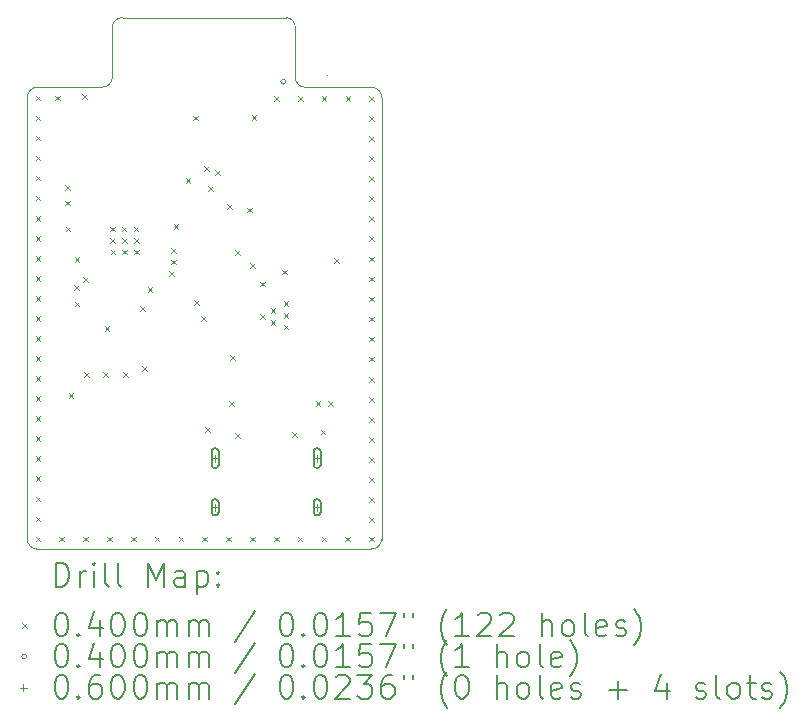
<source format=gbr>
%TF.GenerationSoftware,KiCad,Pcbnew,7.0.2-6a45011f42~172~ubuntu22.04.1*%
%TF.CreationDate,2023-05-14T19:46:34+02:00*%
%TF.ProjectId,PowerMeter,506f7765-724d-4657-9465-722e6b696361,rev?*%
%TF.SameCoordinates,Original*%
%TF.FileFunction,Drillmap*%
%TF.FilePolarity,Positive*%
%FSLAX45Y45*%
G04 Gerber Fmt 4.5, Leading zero omitted, Abs format (unit mm)*
G04 Created by KiCad (PCBNEW 7.0.2-6a45011f42~172~ubuntu22.04.1) date 2023-05-14 19:46:34*
%MOMM*%
%LPD*%
G01*
G04 APERTURE LIST*
%ADD10C,0.100000*%
%ADD11C,0.200000*%
%ADD12C,0.040000*%
%ADD13C,0.060000*%
G04 APERTURE END LIST*
D10*
X9538777Y-7513223D02*
X9538777Y-7513223D01*
X9270000Y-7118834D02*
G75*
G03*
X9190489Y-7030000I-84170J4665D01*
G01*
X7080000Y-11530000D02*
X9911166Y-11529511D01*
X9349640Y-7620000D02*
X9920000Y-7620000D01*
X7088834Y-7620490D02*
G75*
G03*
X7000000Y-7700000I-4664J-84170D01*
G01*
X7000000Y-7700000D02*
X7000489Y-11441165D01*
X9270130Y-7531166D02*
G75*
G03*
X9349640Y-7620000I84170J-4664D01*
G01*
X7720000Y-7110000D02*
X7720000Y-7540000D01*
X9270000Y-7118834D02*
X9270129Y-7531165D01*
X9999510Y-7708834D02*
G75*
G03*
X9920000Y-7620000I-84170J4664D01*
G01*
X7808834Y-7030490D02*
G75*
G03*
X7720000Y-7110000I-4664J-84170D01*
G01*
X7631166Y-7619510D02*
G75*
G03*
X7720000Y-7540000I4664J84170D01*
G01*
X7808834Y-7030489D02*
X9190489Y-7030000D01*
X9911166Y-11529510D02*
G75*
G03*
X10000000Y-11450000I4664J84170D01*
G01*
X7000490Y-11441166D02*
G75*
G03*
X7080000Y-11530000I84170J-4664D01*
G01*
X7631165Y-7619511D02*
X7088834Y-7620489D01*
X9999511Y-7708834D02*
X10000000Y-11450000D01*
D11*
D12*
X7070000Y-7690000D02*
X7110000Y-7730000D01*
X7110000Y-7690000D02*
X7070000Y-7730000D01*
X7070000Y-7859773D02*
X7110000Y-7899773D01*
X7110000Y-7859773D02*
X7070000Y-7899773D01*
X7070000Y-8029545D02*
X7110000Y-8069545D01*
X7110000Y-8029545D02*
X7070000Y-8069545D01*
X7070000Y-8199318D02*
X7110000Y-8239318D01*
X7110000Y-8199318D02*
X7070000Y-8239318D01*
X7070000Y-8369091D02*
X7110000Y-8409091D01*
X7110000Y-8369091D02*
X7070000Y-8409091D01*
X7070000Y-8538864D02*
X7110000Y-8578864D01*
X7110000Y-8538864D02*
X7070000Y-8578864D01*
X7070000Y-8708636D02*
X7110000Y-8748636D01*
X7110000Y-8708636D02*
X7070000Y-8748636D01*
X7070000Y-8878409D02*
X7110000Y-8918409D01*
X7110000Y-8878409D02*
X7070000Y-8918409D01*
X7070000Y-9048182D02*
X7110000Y-9088182D01*
X7110000Y-9048182D02*
X7070000Y-9088182D01*
X7070000Y-9217954D02*
X7110000Y-9257954D01*
X7110000Y-9217954D02*
X7070000Y-9257954D01*
X7070000Y-9387727D02*
X7110000Y-9427727D01*
X7110000Y-9387727D02*
X7070000Y-9427727D01*
X7070000Y-9557500D02*
X7110000Y-9597500D01*
X7110000Y-9557500D02*
X7070000Y-9597500D01*
X7070000Y-9727272D02*
X7110000Y-9767272D01*
X7110000Y-9727272D02*
X7070000Y-9767272D01*
X7070000Y-9897045D02*
X7110000Y-9937045D01*
X7110000Y-9897045D02*
X7070000Y-9937045D01*
X7070000Y-10066818D02*
X7110000Y-10106818D01*
X7110000Y-10066818D02*
X7070000Y-10106818D01*
X7070000Y-10236591D02*
X7110000Y-10276591D01*
X7110000Y-10236591D02*
X7070000Y-10276591D01*
X7070000Y-10406363D02*
X7110000Y-10446363D01*
X7110000Y-10406363D02*
X7070000Y-10446363D01*
X7070000Y-10576136D02*
X7110000Y-10616136D01*
X7110000Y-10576136D02*
X7070000Y-10616136D01*
X7070000Y-10745909D02*
X7110000Y-10785909D01*
X7110000Y-10745909D02*
X7070000Y-10785909D01*
X7070000Y-10915681D02*
X7110000Y-10955681D01*
X7110000Y-10915681D02*
X7070000Y-10955681D01*
X7070000Y-11085454D02*
X7110000Y-11125454D01*
X7110000Y-11085454D02*
X7070000Y-11125454D01*
X7070000Y-11255227D02*
X7110000Y-11295227D01*
X7110000Y-11255227D02*
X7070000Y-11295227D01*
X7070000Y-11425000D02*
X7110000Y-11465000D01*
X7110000Y-11425000D02*
X7070000Y-11465000D01*
X7235000Y-7690000D02*
X7275000Y-7730000D01*
X7275000Y-7690000D02*
X7235000Y-7730000D01*
X7271786Y-11425000D02*
X7311786Y-11465000D01*
X7311786Y-11425000D02*
X7271786Y-11465000D01*
X7320000Y-8450000D02*
X7360000Y-8490000D01*
X7360000Y-8450000D02*
X7320000Y-8490000D01*
X7320000Y-8580000D02*
X7360000Y-8620000D01*
X7360000Y-8580000D02*
X7320000Y-8620000D01*
X7324950Y-8800000D02*
X7364950Y-8840000D01*
X7364950Y-8800000D02*
X7324950Y-8840000D01*
X7350000Y-10210000D02*
X7390000Y-10250000D01*
X7390000Y-10210000D02*
X7350000Y-10250000D01*
X7395000Y-9295000D02*
X7435000Y-9335000D01*
X7435000Y-9295000D02*
X7395000Y-9335000D01*
X7400000Y-9060000D02*
X7440000Y-9100000D01*
X7440000Y-9060000D02*
X7400000Y-9100000D01*
X7400000Y-9435000D02*
X7440000Y-9475000D01*
X7440000Y-9435000D02*
X7400000Y-9475000D01*
X7465000Y-7680000D02*
X7505000Y-7720000D01*
X7505000Y-7680000D02*
X7465000Y-7720000D01*
X7473571Y-11425000D02*
X7513571Y-11465000D01*
X7513571Y-11425000D02*
X7473571Y-11465000D01*
X7475000Y-9225000D02*
X7515000Y-9265000D01*
X7515000Y-9225000D02*
X7475000Y-9265000D01*
X7480000Y-10035000D02*
X7520000Y-10075000D01*
X7520000Y-10035000D02*
X7480000Y-10075000D01*
X7640000Y-10030000D02*
X7680000Y-10070000D01*
X7680000Y-10030000D02*
X7640000Y-10070000D01*
X7655000Y-9640000D02*
X7695000Y-9680000D01*
X7695000Y-9640000D02*
X7655000Y-9680000D01*
X7675357Y-11425000D02*
X7715357Y-11465000D01*
X7715357Y-11425000D02*
X7675357Y-11465000D01*
X7700000Y-8800000D02*
X7740000Y-8840000D01*
X7740000Y-8800000D02*
X7700000Y-8840000D01*
X7702000Y-8900000D02*
X7742000Y-8940000D01*
X7742000Y-8900000D02*
X7702000Y-8940000D01*
X7705000Y-8995000D02*
X7745000Y-9035000D01*
X7745000Y-8995000D02*
X7705000Y-9035000D01*
X7800000Y-8800000D02*
X7840000Y-8840000D01*
X7840000Y-8800000D02*
X7800000Y-8840000D01*
X7802000Y-8900000D02*
X7842000Y-8940000D01*
X7842000Y-8900000D02*
X7802000Y-8940000D01*
X7805000Y-8995000D02*
X7845000Y-9035000D01*
X7845000Y-8995000D02*
X7805000Y-9035000D01*
X7810000Y-10030000D02*
X7850000Y-10070000D01*
X7850000Y-10030000D02*
X7810000Y-10070000D01*
X7877143Y-11425000D02*
X7917143Y-11465000D01*
X7917143Y-11425000D02*
X7877143Y-11465000D01*
X7900000Y-8800000D02*
X7940000Y-8840000D01*
X7940000Y-8800000D02*
X7900000Y-8840000D01*
X7902000Y-8900000D02*
X7942000Y-8940000D01*
X7942000Y-8900000D02*
X7902000Y-8940000D01*
X7905000Y-8995000D02*
X7945000Y-9035000D01*
X7945000Y-8995000D02*
X7905000Y-9035000D01*
X7957550Y-9471901D02*
X7997550Y-9511901D01*
X7997550Y-9471901D02*
X7957550Y-9511901D01*
X7975000Y-9980000D02*
X8015000Y-10020000D01*
X8015000Y-9980000D02*
X7975000Y-10020000D01*
X8020000Y-9315000D02*
X8060000Y-9355000D01*
X8060000Y-9315000D02*
X8020000Y-9355000D01*
X8078928Y-11425000D02*
X8118928Y-11465000D01*
X8118928Y-11425000D02*
X8078928Y-11465000D01*
X8200000Y-9180000D02*
X8240000Y-9220000D01*
X8240000Y-9180000D02*
X8200000Y-9220000D01*
X8215201Y-8979812D02*
X8255201Y-9019812D01*
X8255201Y-8979812D02*
X8215201Y-9019812D01*
X8220000Y-9080000D02*
X8260000Y-9120000D01*
X8260000Y-9080000D02*
X8220000Y-9120000D01*
X8240000Y-8780000D02*
X8280000Y-8820000D01*
X8280000Y-8780000D02*
X8240000Y-8820000D01*
X8280714Y-11425000D02*
X8320714Y-11465000D01*
X8320714Y-11425000D02*
X8280714Y-11465000D01*
X8340000Y-8390000D02*
X8380000Y-8430000D01*
X8380000Y-8390000D02*
X8340000Y-8430000D01*
X8405000Y-7860000D02*
X8445000Y-7900000D01*
X8445000Y-7860000D02*
X8405000Y-7900000D01*
X8415000Y-9425000D02*
X8455000Y-9465000D01*
X8455000Y-9425000D02*
X8415000Y-9465000D01*
X8475000Y-9560000D02*
X8515000Y-9600000D01*
X8515000Y-9560000D02*
X8475000Y-9600000D01*
X8482500Y-11425000D02*
X8522500Y-11465000D01*
X8522500Y-11425000D02*
X8482500Y-11465000D01*
X8500000Y-8290000D02*
X8540000Y-8330000D01*
X8540000Y-8290000D02*
X8500000Y-8330000D01*
X8505000Y-10500000D02*
X8545000Y-10540000D01*
X8545000Y-10500000D02*
X8505000Y-10540000D01*
X8530000Y-8460000D02*
X8570000Y-8500000D01*
X8570000Y-8460000D02*
X8530000Y-8500000D01*
X8589197Y-8322550D02*
X8629197Y-8362550D01*
X8629197Y-8322550D02*
X8589197Y-8362550D01*
X8684286Y-11425000D02*
X8724286Y-11465000D01*
X8724286Y-11425000D02*
X8684286Y-11465000D01*
X8690000Y-8610000D02*
X8730000Y-8650000D01*
X8730000Y-8610000D02*
X8690000Y-8650000D01*
X8710000Y-10280000D02*
X8750000Y-10320000D01*
X8750000Y-10280000D02*
X8710000Y-10320000D01*
X8720000Y-9890000D02*
X8760000Y-9930000D01*
X8760000Y-9890000D02*
X8720000Y-9930000D01*
X8760000Y-9000000D02*
X8800000Y-9040000D01*
X8800000Y-9000000D02*
X8760000Y-9040000D01*
X8760000Y-10550000D02*
X8800000Y-10590000D01*
X8800000Y-10550000D02*
X8760000Y-10590000D01*
X8860000Y-8640000D02*
X8900000Y-8680000D01*
X8900000Y-8640000D02*
X8860000Y-8680000D01*
X8885000Y-9110000D02*
X8925000Y-9150000D01*
X8925000Y-9110000D02*
X8885000Y-9150000D01*
X8886071Y-11425000D02*
X8926071Y-11465000D01*
X8926071Y-11425000D02*
X8886071Y-11465000D01*
X8900000Y-7855000D02*
X8940000Y-7895000D01*
X8940000Y-7855000D02*
X8900000Y-7895000D01*
X8970000Y-9265000D02*
X9010000Y-9305000D01*
X9010000Y-9265000D02*
X8970000Y-9305000D01*
X8970000Y-9540000D02*
X9010000Y-9580000D01*
X9010000Y-9540000D02*
X8970000Y-9580000D01*
X9060000Y-9490000D02*
X9100000Y-9530000D01*
X9100000Y-9490000D02*
X9060000Y-9530000D01*
X9060000Y-9590000D02*
X9100000Y-9630000D01*
X9100000Y-9590000D02*
X9060000Y-9630000D01*
X9087857Y-11425000D02*
X9127857Y-11465000D01*
X9127857Y-11425000D02*
X9087857Y-11465000D01*
X9089643Y-7695000D02*
X9129643Y-7735000D01*
X9129643Y-7695000D02*
X9089643Y-7735000D01*
X9160000Y-9165000D02*
X9200000Y-9205000D01*
X9200000Y-9165000D02*
X9160000Y-9205000D01*
X9170000Y-9430000D02*
X9210000Y-9470000D01*
X9210000Y-9430000D02*
X9170000Y-9470000D01*
X9170000Y-9530000D02*
X9210000Y-9570000D01*
X9210000Y-9530000D02*
X9170000Y-9570000D01*
X9170000Y-9630000D02*
X9210000Y-9670000D01*
X9210000Y-9630000D02*
X9170000Y-9670000D01*
X9240000Y-10540000D02*
X9280000Y-10580000D01*
X9280000Y-10540000D02*
X9240000Y-10580000D01*
X9289643Y-11425000D02*
X9329643Y-11465000D01*
X9329643Y-11425000D02*
X9289643Y-11465000D01*
X9291429Y-7695000D02*
X9331429Y-7735000D01*
X9331429Y-7695000D02*
X9291429Y-7735000D01*
X9440841Y-10279159D02*
X9480841Y-10319159D01*
X9480841Y-10279159D02*
X9440841Y-10319159D01*
X9485000Y-10520000D02*
X9525000Y-10560000D01*
X9525000Y-10520000D02*
X9485000Y-10560000D01*
X9491428Y-11425000D02*
X9531428Y-11465000D01*
X9531428Y-11425000D02*
X9491428Y-11465000D01*
X9493214Y-7695000D02*
X9533214Y-7735000D01*
X9533214Y-7695000D02*
X9493214Y-7735000D01*
X9550000Y-10280000D02*
X9590000Y-10320000D01*
X9590000Y-10280000D02*
X9550000Y-10320000D01*
X9600000Y-9070000D02*
X9640000Y-9110000D01*
X9640000Y-9070000D02*
X9600000Y-9110000D01*
X9693214Y-11425000D02*
X9733214Y-11465000D01*
X9733214Y-11425000D02*
X9693214Y-11465000D01*
X9695000Y-7695000D02*
X9735000Y-7735000D01*
X9735000Y-7695000D02*
X9695000Y-7735000D01*
X9895000Y-7695000D02*
X9935000Y-7735000D01*
X9935000Y-7695000D02*
X9895000Y-7735000D01*
X9895000Y-7864773D02*
X9935000Y-7904773D01*
X9935000Y-7864773D02*
X9895000Y-7904773D01*
X9895000Y-8034545D02*
X9935000Y-8074545D01*
X9935000Y-8034545D02*
X9895000Y-8074545D01*
X9895000Y-8204318D02*
X9935000Y-8244318D01*
X9935000Y-8204318D02*
X9895000Y-8244318D01*
X9895000Y-8374091D02*
X9935000Y-8414091D01*
X9935000Y-8374091D02*
X9895000Y-8414091D01*
X9895000Y-8543864D02*
X9935000Y-8583864D01*
X9935000Y-8543864D02*
X9895000Y-8583864D01*
X9895000Y-8713636D02*
X9935000Y-8753636D01*
X9935000Y-8713636D02*
X9895000Y-8753636D01*
X9895000Y-8883409D02*
X9935000Y-8923409D01*
X9935000Y-8883409D02*
X9895000Y-8923409D01*
X9895000Y-9053182D02*
X9935000Y-9093182D01*
X9935000Y-9053182D02*
X9895000Y-9093182D01*
X9895000Y-9222954D02*
X9935000Y-9262954D01*
X9935000Y-9222954D02*
X9895000Y-9262954D01*
X9895000Y-9392727D02*
X9935000Y-9432727D01*
X9935000Y-9392727D02*
X9895000Y-9432727D01*
X9895000Y-9562500D02*
X9935000Y-9602500D01*
X9935000Y-9562500D02*
X9895000Y-9602500D01*
X9895000Y-9732272D02*
X9935000Y-9772272D01*
X9935000Y-9732272D02*
X9895000Y-9772272D01*
X9895000Y-9902045D02*
X9935000Y-9942045D01*
X9935000Y-9902045D02*
X9895000Y-9942045D01*
X9895000Y-10071818D02*
X9935000Y-10111818D01*
X9935000Y-10071818D02*
X9895000Y-10111818D01*
X9895000Y-10241591D02*
X9935000Y-10281591D01*
X9935000Y-10241591D02*
X9895000Y-10281591D01*
X9895000Y-10411363D02*
X9935000Y-10451363D01*
X9935000Y-10411363D02*
X9895000Y-10451363D01*
X9895000Y-10581136D02*
X9935000Y-10621136D01*
X9935000Y-10581136D02*
X9895000Y-10621136D01*
X9895000Y-10750909D02*
X9935000Y-10790909D01*
X9935000Y-10750909D02*
X9895000Y-10790909D01*
X9895000Y-10920681D02*
X9935000Y-10960681D01*
X9935000Y-10920681D02*
X9895000Y-10960681D01*
X9895000Y-11090454D02*
X9935000Y-11130454D01*
X9935000Y-11090454D02*
X9895000Y-11130454D01*
X9895000Y-11260227D02*
X9935000Y-11300227D01*
X9935000Y-11260227D02*
X9895000Y-11300227D01*
X9895000Y-11425000D02*
X9935000Y-11465000D01*
X9935000Y-11425000D02*
X9895000Y-11465000D01*
X9187000Y-7574000D02*
G75*
G03*
X9187000Y-7574000I-20000J0D01*
G01*
D13*
X8590000Y-10729500D02*
X8590000Y-10789500D01*
X8560000Y-10759500D02*
X8620000Y-10759500D01*
D11*
X8620000Y-10814500D02*
X8620000Y-10704500D01*
X8620000Y-10704500D02*
G75*
G03*
X8560000Y-10704500I-30000J0D01*
G01*
X8560000Y-10704500D02*
X8560000Y-10814500D01*
X8560000Y-10814500D02*
G75*
G03*
X8620000Y-10814500I30000J0D01*
G01*
D13*
X8590000Y-11146500D02*
X8590000Y-11206500D01*
X8560000Y-11176500D02*
X8620000Y-11176500D01*
D11*
X8620000Y-11216500D02*
X8620000Y-11136500D01*
X8620000Y-11136500D02*
G75*
G03*
X8560000Y-11136500I-30000J0D01*
G01*
X8560000Y-11136500D02*
X8560000Y-11216500D01*
X8560000Y-11216500D02*
G75*
G03*
X8620000Y-11216500I30000J0D01*
G01*
D13*
X9454000Y-10729500D02*
X9454000Y-10789500D01*
X9424000Y-10759500D02*
X9484000Y-10759500D01*
D11*
X9484000Y-10814500D02*
X9484000Y-10704500D01*
X9484000Y-10704500D02*
G75*
G03*
X9424000Y-10704500I-30000J0D01*
G01*
X9424000Y-10704500D02*
X9424000Y-10814500D01*
X9424000Y-10814500D02*
G75*
G03*
X9484000Y-10814500I30000J0D01*
G01*
D13*
X9454000Y-11146500D02*
X9454000Y-11206500D01*
X9424000Y-11176500D02*
X9484000Y-11176500D01*
D11*
X9484000Y-11216500D02*
X9484000Y-11136500D01*
X9484000Y-11136500D02*
G75*
G03*
X9424000Y-11136500I-30000J0D01*
G01*
X9424000Y-11136500D02*
X9424000Y-11216500D01*
X9424000Y-11216500D02*
G75*
G03*
X9484000Y-11216500I30000J0D01*
G01*
X7242619Y-11847524D02*
X7242619Y-11647524D01*
X7242619Y-11647524D02*
X7290238Y-11647524D01*
X7290238Y-11647524D02*
X7318809Y-11657048D01*
X7318809Y-11657048D02*
X7337857Y-11676095D01*
X7337857Y-11676095D02*
X7347381Y-11695143D01*
X7347381Y-11695143D02*
X7356905Y-11733238D01*
X7356905Y-11733238D02*
X7356905Y-11761809D01*
X7356905Y-11761809D02*
X7347381Y-11799905D01*
X7347381Y-11799905D02*
X7337857Y-11818952D01*
X7337857Y-11818952D02*
X7318809Y-11838000D01*
X7318809Y-11838000D02*
X7290238Y-11847524D01*
X7290238Y-11847524D02*
X7242619Y-11847524D01*
X7442619Y-11847524D02*
X7442619Y-11714190D01*
X7442619Y-11752286D02*
X7452143Y-11733238D01*
X7452143Y-11733238D02*
X7461667Y-11723714D01*
X7461667Y-11723714D02*
X7480714Y-11714190D01*
X7480714Y-11714190D02*
X7499762Y-11714190D01*
X7566428Y-11847524D02*
X7566428Y-11714190D01*
X7566428Y-11647524D02*
X7556905Y-11657048D01*
X7556905Y-11657048D02*
X7566428Y-11666571D01*
X7566428Y-11666571D02*
X7575952Y-11657048D01*
X7575952Y-11657048D02*
X7566428Y-11647524D01*
X7566428Y-11647524D02*
X7566428Y-11666571D01*
X7690238Y-11847524D02*
X7671190Y-11838000D01*
X7671190Y-11838000D02*
X7661667Y-11818952D01*
X7661667Y-11818952D02*
X7661667Y-11647524D01*
X7795000Y-11847524D02*
X7775952Y-11838000D01*
X7775952Y-11838000D02*
X7766428Y-11818952D01*
X7766428Y-11818952D02*
X7766428Y-11647524D01*
X8023571Y-11847524D02*
X8023571Y-11647524D01*
X8023571Y-11647524D02*
X8090238Y-11790381D01*
X8090238Y-11790381D02*
X8156905Y-11647524D01*
X8156905Y-11647524D02*
X8156905Y-11847524D01*
X8337857Y-11847524D02*
X8337857Y-11742762D01*
X8337857Y-11742762D02*
X8328333Y-11723714D01*
X8328333Y-11723714D02*
X8309286Y-11714190D01*
X8309286Y-11714190D02*
X8271190Y-11714190D01*
X8271190Y-11714190D02*
X8252143Y-11723714D01*
X8337857Y-11838000D02*
X8318809Y-11847524D01*
X8318809Y-11847524D02*
X8271190Y-11847524D01*
X8271190Y-11847524D02*
X8252143Y-11838000D01*
X8252143Y-11838000D02*
X8242619Y-11818952D01*
X8242619Y-11818952D02*
X8242619Y-11799905D01*
X8242619Y-11799905D02*
X8252143Y-11780857D01*
X8252143Y-11780857D02*
X8271190Y-11771333D01*
X8271190Y-11771333D02*
X8318809Y-11771333D01*
X8318809Y-11771333D02*
X8337857Y-11761809D01*
X8433095Y-11714190D02*
X8433095Y-11914190D01*
X8433095Y-11723714D02*
X8452143Y-11714190D01*
X8452143Y-11714190D02*
X8490238Y-11714190D01*
X8490238Y-11714190D02*
X8509286Y-11723714D01*
X8509286Y-11723714D02*
X8518810Y-11733238D01*
X8518810Y-11733238D02*
X8528333Y-11752286D01*
X8528333Y-11752286D02*
X8528333Y-11809428D01*
X8528333Y-11809428D02*
X8518810Y-11828476D01*
X8518810Y-11828476D02*
X8509286Y-11838000D01*
X8509286Y-11838000D02*
X8490238Y-11847524D01*
X8490238Y-11847524D02*
X8452143Y-11847524D01*
X8452143Y-11847524D02*
X8433095Y-11838000D01*
X8614048Y-11828476D02*
X8623571Y-11838000D01*
X8623571Y-11838000D02*
X8614048Y-11847524D01*
X8614048Y-11847524D02*
X8604524Y-11838000D01*
X8604524Y-11838000D02*
X8614048Y-11828476D01*
X8614048Y-11828476D02*
X8614048Y-11847524D01*
X8614048Y-11723714D02*
X8623571Y-11733238D01*
X8623571Y-11733238D02*
X8614048Y-11742762D01*
X8614048Y-11742762D02*
X8604524Y-11733238D01*
X8604524Y-11733238D02*
X8614048Y-11723714D01*
X8614048Y-11723714D02*
X8614048Y-11742762D01*
D12*
X6955000Y-12155000D02*
X6995000Y-12195000D01*
X6995000Y-12155000D02*
X6955000Y-12195000D01*
D11*
X7280714Y-12067524D02*
X7299762Y-12067524D01*
X7299762Y-12067524D02*
X7318809Y-12077048D01*
X7318809Y-12077048D02*
X7328333Y-12086571D01*
X7328333Y-12086571D02*
X7337857Y-12105619D01*
X7337857Y-12105619D02*
X7347381Y-12143714D01*
X7347381Y-12143714D02*
X7347381Y-12191333D01*
X7347381Y-12191333D02*
X7337857Y-12229428D01*
X7337857Y-12229428D02*
X7328333Y-12248476D01*
X7328333Y-12248476D02*
X7318809Y-12258000D01*
X7318809Y-12258000D02*
X7299762Y-12267524D01*
X7299762Y-12267524D02*
X7280714Y-12267524D01*
X7280714Y-12267524D02*
X7261667Y-12258000D01*
X7261667Y-12258000D02*
X7252143Y-12248476D01*
X7252143Y-12248476D02*
X7242619Y-12229428D01*
X7242619Y-12229428D02*
X7233095Y-12191333D01*
X7233095Y-12191333D02*
X7233095Y-12143714D01*
X7233095Y-12143714D02*
X7242619Y-12105619D01*
X7242619Y-12105619D02*
X7252143Y-12086571D01*
X7252143Y-12086571D02*
X7261667Y-12077048D01*
X7261667Y-12077048D02*
X7280714Y-12067524D01*
X7433095Y-12248476D02*
X7442619Y-12258000D01*
X7442619Y-12258000D02*
X7433095Y-12267524D01*
X7433095Y-12267524D02*
X7423571Y-12258000D01*
X7423571Y-12258000D02*
X7433095Y-12248476D01*
X7433095Y-12248476D02*
X7433095Y-12267524D01*
X7614048Y-12134190D02*
X7614048Y-12267524D01*
X7566428Y-12058000D02*
X7518809Y-12200857D01*
X7518809Y-12200857D02*
X7642619Y-12200857D01*
X7756905Y-12067524D02*
X7775952Y-12067524D01*
X7775952Y-12067524D02*
X7795000Y-12077048D01*
X7795000Y-12077048D02*
X7804524Y-12086571D01*
X7804524Y-12086571D02*
X7814048Y-12105619D01*
X7814048Y-12105619D02*
X7823571Y-12143714D01*
X7823571Y-12143714D02*
X7823571Y-12191333D01*
X7823571Y-12191333D02*
X7814048Y-12229428D01*
X7814048Y-12229428D02*
X7804524Y-12248476D01*
X7804524Y-12248476D02*
X7795000Y-12258000D01*
X7795000Y-12258000D02*
X7775952Y-12267524D01*
X7775952Y-12267524D02*
X7756905Y-12267524D01*
X7756905Y-12267524D02*
X7737857Y-12258000D01*
X7737857Y-12258000D02*
X7728333Y-12248476D01*
X7728333Y-12248476D02*
X7718809Y-12229428D01*
X7718809Y-12229428D02*
X7709286Y-12191333D01*
X7709286Y-12191333D02*
X7709286Y-12143714D01*
X7709286Y-12143714D02*
X7718809Y-12105619D01*
X7718809Y-12105619D02*
X7728333Y-12086571D01*
X7728333Y-12086571D02*
X7737857Y-12077048D01*
X7737857Y-12077048D02*
X7756905Y-12067524D01*
X7947381Y-12067524D02*
X7966429Y-12067524D01*
X7966429Y-12067524D02*
X7985476Y-12077048D01*
X7985476Y-12077048D02*
X7995000Y-12086571D01*
X7995000Y-12086571D02*
X8004524Y-12105619D01*
X8004524Y-12105619D02*
X8014048Y-12143714D01*
X8014048Y-12143714D02*
X8014048Y-12191333D01*
X8014048Y-12191333D02*
X8004524Y-12229428D01*
X8004524Y-12229428D02*
X7995000Y-12248476D01*
X7995000Y-12248476D02*
X7985476Y-12258000D01*
X7985476Y-12258000D02*
X7966429Y-12267524D01*
X7966429Y-12267524D02*
X7947381Y-12267524D01*
X7947381Y-12267524D02*
X7928333Y-12258000D01*
X7928333Y-12258000D02*
X7918809Y-12248476D01*
X7918809Y-12248476D02*
X7909286Y-12229428D01*
X7909286Y-12229428D02*
X7899762Y-12191333D01*
X7899762Y-12191333D02*
X7899762Y-12143714D01*
X7899762Y-12143714D02*
X7909286Y-12105619D01*
X7909286Y-12105619D02*
X7918809Y-12086571D01*
X7918809Y-12086571D02*
X7928333Y-12077048D01*
X7928333Y-12077048D02*
X7947381Y-12067524D01*
X8099762Y-12267524D02*
X8099762Y-12134190D01*
X8099762Y-12153238D02*
X8109286Y-12143714D01*
X8109286Y-12143714D02*
X8128333Y-12134190D01*
X8128333Y-12134190D02*
X8156905Y-12134190D01*
X8156905Y-12134190D02*
X8175952Y-12143714D01*
X8175952Y-12143714D02*
X8185476Y-12162762D01*
X8185476Y-12162762D02*
X8185476Y-12267524D01*
X8185476Y-12162762D02*
X8195000Y-12143714D01*
X8195000Y-12143714D02*
X8214048Y-12134190D01*
X8214048Y-12134190D02*
X8242619Y-12134190D01*
X8242619Y-12134190D02*
X8261667Y-12143714D01*
X8261667Y-12143714D02*
X8271190Y-12162762D01*
X8271190Y-12162762D02*
X8271190Y-12267524D01*
X8366429Y-12267524D02*
X8366429Y-12134190D01*
X8366429Y-12153238D02*
X8375952Y-12143714D01*
X8375952Y-12143714D02*
X8395000Y-12134190D01*
X8395000Y-12134190D02*
X8423572Y-12134190D01*
X8423572Y-12134190D02*
X8442619Y-12143714D01*
X8442619Y-12143714D02*
X8452143Y-12162762D01*
X8452143Y-12162762D02*
X8452143Y-12267524D01*
X8452143Y-12162762D02*
X8461667Y-12143714D01*
X8461667Y-12143714D02*
X8480714Y-12134190D01*
X8480714Y-12134190D02*
X8509286Y-12134190D01*
X8509286Y-12134190D02*
X8528333Y-12143714D01*
X8528333Y-12143714D02*
X8537857Y-12162762D01*
X8537857Y-12162762D02*
X8537857Y-12267524D01*
X8928333Y-12058000D02*
X8756905Y-12315143D01*
X9185476Y-12067524D02*
X9204524Y-12067524D01*
X9204524Y-12067524D02*
X9223572Y-12077048D01*
X9223572Y-12077048D02*
X9233095Y-12086571D01*
X9233095Y-12086571D02*
X9242619Y-12105619D01*
X9242619Y-12105619D02*
X9252143Y-12143714D01*
X9252143Y-12143714D02*
X9252143Y-12191333D01*
X9252143Y-12191333D02*
X9242619Y-12229428D01*
X9242619Y-12229428D02*
X9233095Y-12248476D01*
X9233095Y-12248476D02*
X9223572Y-12258000D01*
X9223572Y-12258000D02*
X9204524Y-12267524D01*
X9204524Y-12267524D02*
X9185476Y-12267524D01*
X9185476Y-12267524D02*
X9166429Y-12258000D01*
X9166429Y-12258000D02*
X9156905Y-12248476D01*
X9156905Y-12248476D02*
X9147381Y-12229428D01*
X9147381Y-12229428D02*
X9137857Y-12191333D01*
X9137857Y-12191333D02*
X9137857Y-12143714D01*
X9137857Y-12143714D02*
X9147381Y-12105619D01*
X9147381Y-12105619D02*
X9156905Y-12086571D01*
X9156905Y-12086571D02*
X9166429Y-12077048D01*
X9166429Y-12077048D02*
X9185476Y-12067524D01*
X9337857Y-12248476D02*
X9347381Y-12258000D01*
X9347381Y-12258000D02*
X9337857Y-12267524D01*
X9337857Y-12267524D02*
X9328334Y-12258000D01*
X9328334Y-12258000D02*
X9337857Y-12248476D01*
X9337857Y-12248476D02*
X9337857Y-12267524D01*
X9471191Y-12067524D02*
X9490238Y-12067524D01*
X9490238Y-12067524D02*
X9509286Y-12077048D01*
X9509286Y-12077048D02*
X9518810Y-12086571D01*
X9518810Y-12086571D02*
X9528334Y-12105619D01*
X9528334Y-12105619D02*
X9537857Y-12143714D01*
X9537857Y-12143714D02*
X9537857Y-12191333D01*
X9537857Y-12191333D02*
X9528334Y-12229428D01*
X9528334Y-12229428D02*
X9518810Y-12248476D01*
X9518810Y-12248476D02*
X9509286Y-12258000D01*
X9509286Y-12258000D02*
X9490238Y-12267524D01*
X9490238Y-12267524D02*
X9471191Y-12267524D01*
X9471191Y-12267524D02*
X9452143Y-12258000D01*
X9452143Y-12258000D02*
X9442619Y-12248476D01*
X9442619Y-12248476D02*
X9433095Y-12229428D01*
X9433095Y-12229428D02*
X9423572Y-12191333D01*
X9423572Y-12191333D02*
X9423572Y-12143714D01*
X9423572Y-12143714D02*
X9433095Y-12105619D01*
X9433095Y-12105619D02*
X9442619Y-12086571D01*
X9442619Y-12086571D02*
X9452143Y-12077048D01*
X9452143Y-12077048D02*
X9471191Y-12067524D01*
X9728334Y-12267524D02*
X9614048Y-12267524D01*
X9671191Y-12267524D02*
X9671191Y-12067524D01*
X9671191Y-12067524D02*
X9652143Y-12096095D01*
X9652143Y-12096095D02*
X9633095Y-12115143D01*
X9633095Y-12115143D02*
X9614048Y-12124667D01*
X9909286Y-12067524D02*
X9814048Y-12067524D01*
X9814048Y-12067524D02*
X9804524Y-12162762D01*
X9804524Y-12162762D02*
X9814048Y-12153238D01*
X9814048Y-12153238D02*
X9833095Y-12143714D01*
X9833095Y-12143714D02*
X9880715Y-12143714D01*
X9880715Y-12143714D02*
X9899762Y-12153238D01*
X9899762Y-12153238D02*
X9909286Y-12162762D01*
X9909286Y-12162762D02*
X9918810Y-12181809D01*
X9918810Y-12181809D02*
X9918810Y-12229428D01*
X9918810Y-12229428D02*
X9909286Y-12248476D01*
X9909286Y-12248476D02*
X9899762Y-12258000D01*
X9899762Y-12258000D02*
X9880715Y-12267524D01*
X9880715Y-12267524D02*
X9833095Y-12267524D01*
X9833095Y-12267524D02*
X9814048Y-12258000D01*
X9814048Y-12258000D02*
X9804524Y-12248476D01*
X9985476Y-12067524D02*
X10118810Y-12067524D01*
X10118810Y-12067524D02*
X10033095Y-12267524D01*
X10185476Y-12067524D02*
X10185476Y-12105619D01*
X10261667Y-12067524D02*
X10261667Y-12105619D01*
X10556905Y-12343714D02*
X10547381Y-12334190D01*
X10547381Y-12334190D02*
X10528334Y-12305619D01*
X10528334Y-12305619D02*
X10518810Y-12286571D01*
X10518810Y-12286571D02*
X10509286Y-12258000D01*
X10509286Y-12258000D02*
X10499762Y-12210381D01*
X10499762Y-12210381D02*
X10499762Y-12172286D01*
X10499762Y-12172286D02*
X10509286Y-12124667D01*
X10509286Y-12124667D02*
X10518810Y-12096095D01*
X10518810Y-12096095D02*
X10528334Y-12077048D01*
X10528334Y-12077048D02*
X10547381Y-12048476D01*
X10547381Y-12048476D02*
X10556905Y-12038952D01*
X10737857Y-12267524D02*
X10623572Y-12267524D01*
X10680715Y-12267524D02*
X10680715Y-12067524D01*
X10680715Y-12067524D02*
X10661667Y-12096095D01*
X10661667Y-12096095D02*
X10642619Y-12115143D01*
X10642619Y-12115143D02*
X10623572Y-12124667D01*
X10814048Y-12086571D02*
X10823572Y-12077048D01*
X10823572Y-12077048D02*
X10842619Y-12067524D01*
X10842619Y-12067524D02*
X10890238Y-12067524D01*
X10890238Y-12067524D02*
X10909286Y-12077048D01*
X10909286Y-12077048D02*
X10918810Y-12086571D01*
X10918810Y-12086571D02*
X10928334Y-12105619D01*
X10928334Y-12105619D02*
X10928334Y-12124667D01*
X10928334Y-12124667D02*
X10918810Y-12153238D01*
X10918810Y-12153238D02*
X10804524Y-12267524D01*
X10804524Y-12267524D02*
X10928334Y-12267524D01*
X11004524Y-12086571D02*
X11014048Y-12077048D01*
X11014048Y-12077048D02*
X11033096Y-12067524D01*
X11033096Y-12067524D02*
X11080715Y-12067524D01*
X11080715Y-12067524D02*
X11099762Y-12077048D01*
X11099762Y-12077048D02*
X11109286Y-12086571D01*
X11109286Y-12086571D02*
X11118810Y-12105619D01*
X11118810Y-12105619D02*
X11118810Y-12124667D01*
X11118810Y-12124667D02*
X11109286Y-12153238D01*
X11109286Y-12153238D02*
X10995000Y-12267524D01*
X10995000Y-12267524D02*
X11118810Y-12267524D01*
X11356905Y-12267524D02*
X11356905Y-12067524D01*
X11442619Y-12267524D02*
X11442619Y-12162762D01*
X11442619Y-12162762D02*
X11433096Y-12143714D01*
X11433096Y-12143714D02*
X11414048Y-12134190D01*
X11414048Y-12134190D02*
X11385476Y-12134190D01*
X11385476Y-12134190D02*
X11366429Y-12143714D01*
X11366429Y-12143714D02*
X11356905Y-12153238D01*
X11566429Y-12267524D02*
X11547381Y-12258000D01*
X11547381Y-12258000D02*
X11537857Y-12248476D01*
X11537857Y-12248476D02*
X11528334Y-12229428D01*
X11528334Y-12229428D02*
X11528334Y-12172286D01*
X11528334Y-12172286D02*
X11537857Y-12153238D01*
X11537857Y-12153238D02*
X11547381Y-12143714D01*
X11547381Y-12143714D02*
X11566429Y-12134190D01*
X11566429Y-12134190D02*
X11595000Y-12134190D01*
X11595000Y-12134190D02*
X11614048Y-12143714D01*
X11614048Y-12143714D02*
X11623572Y-12153238D01*
X11623572Y-12153238D02*
X11633096Y-12172286D01*
X11633096Y-12172286D02*
X11633096Y-12229428D01*
X11633096Y-12229428D02*
X11623572Y-12248476D01*
X11623572Y-12248476D02*
X11614048Y-12258000D01*
X11614048Y-12258000D02*
X11595000Y-12267524D01*
X11595000Y-12267524D02*
X11566429Y-12267524D01*
X11747381Y-12267524D02*
X11728334Y-12258000D01*
X11728334Y-12258000D02*
X11718810Y-12238952D01*
X11718810Y-12238952D02*
X11718810Y-12067524D01*
X11899762Y-12258000D02*
X11880715Y-12267524D01*
X11880715Y-12267524D02*
X11842619Y-12267524D01*
X11842619Y-12267524D02*
X11823572Y-12258000D01*
X11823572Y-12258000D02*
X11814048Y-12238952D01*
X11814048Y-12238952D02*
X11814048Y-12162762D01*
X11814048Y-12162762D02*
X11823572Y-12143714D01*
X11823572Y-12143714D02*
X11842619Y-12134190D01*
X11842619Y-12134190D02*
X11880715Y-12134190D01*
X11880715Y-12134190D02*
X11899762Y-12143714D01*
X11899762Y-12143714D02*
X11909286Y-12162762D01*
X11909286Y-12162762D02*
X11909286Y-12181809D01*
X11909286Y-12181809D02*
X11814048Y-12200857D01*
X11985477Y-12258000D02*
X12004524Y-12267524D01*
X12004524Y-12267524D02*
X12042619Y-12267524D01*
X12042619Y-12267524D02*
X12061667Y-12258000D01*
X12061667Y-12258000D02*
X12071191Y-12238952D01*
X12071191Y-12238952D02*
X12071191Y-12229428D01*
X12071191Y-12229428D02*
X12061667Y-12210381D01*
X12061667Y-12210381D02*
X12042619Y-12200857D01*
X12042619Y-12200857D02*
X12014048Y-12200857D01*
X12014048Y-12200857D02*
X11995000Y-12191333D01*
X11995000Y-12191333D02*
X11985477Y-12172286D01*
X11985477Y-12172286D02*
X11985477Y-12162762D01*
X11985477Y-12162762D02*
X11995000Y-12143714D01*
X11995000Y-12143714D02*
X12014048Y-12134190D01*
X12014048Y-12134190D02*
X12042619Y-12134190D01*
X12042619Y-12134190D02*
X12061667Y-12143714D01*
X12137858Y-12343714D02*
X12147381Y-12334190D01*
X12147381Y-12334190D02*
X12166429Y-12305619D01*
X12166429Y-12305619D02*
X12175953Y-12286571D01*
X12175953Y-12286571D02*
X12185477Y-12258000D01*
X12185477Y-12258000D02*
X12195000Y-12210381D01*
X12195000Y-12210381D02*
X12195000Y-12172286D01*
X12195000Y-12172286D02*
X12185477Y-12124667D01*
X12185477Y-12124667D02*
X12175953Y-12096095D01*
X12175953Y-12096095D02*
X12166429Y-12077048D01*
X12166429Y-12077048D02*
X12147381Y-12048476D01*
X12147381Y-12048476D02*
X12137858Y-12038952D01*
D12*
X6995000Y-12439000D02*
G75*
G03*
X6995000Y-12439000I-20000J0D01*
G01*
D11*
X7280714Y-12331524D02*
X7299762Y-12331524D01*
X7299762Y-12331524D02*
X7318809Y-12341048D01*
X7318809Y-12341048D02*
X7328333Y-12350571D01*
X7328333Y-12350571D02*
X7337857Y-12369619D01*
X7337857Y-12369619D02*
X7347381Y-12407714D01*
X7347381Y-12407714D02*
X7347381Y-12455333D01*
X7347381Y-12455333D02*
X7337857Y-12493428D01*
X7337857Y-12493428D02*
X7328333Y-12512476D01*
X7328333Y-12512476D02*
X7318809Y-12522000D01*
X7318809Y-12522000D02*
X7299762Y-12531524D01*
X7299762Y-12531524D02*
X7280714Y-12531524D01*
X7280714Y-12531524D02*
X7261667Y-12522000D01*
X7261667Y-12522000D02*
X7252143Y-12512476D01*
X7252143Y-12512476D02*
X7242619Y-12493428D01*
X7242619Y-12493428D02*
X7233095Y-12455333D01*
X7233095Y-12455333D02*
X7233095Y-12407714D01*
X7233095Y-12407714D02*
X7242619Y-12369619D01*
X7242619Y-12369619D02*
X7252143Y-12350571D01*
X7252143Y-12350571D02*
X7261667Y-12341048D01*
X7261667Y-12341048D02*
X7280714Y-12331524D01*
X7433095Y-12512476D02*
X7442619Y-12522000D01*
X7442619Y-12522000D02*
X7433095Y-12531524D01*
X7433095Y-12531524D02*
X7423571Y-12522000D01*
X7423571Y-12522000D02*
X7433095Y-12512476D01*
X7433095Y-12512476D02*
X7433095Y-12531524D01*
X7614048Y-12398190D02*
X7614048Y-12531524D01*
X7566428Y-12322000D02*
X7518809Y-12464857D01*
X7518809Y-12464857D02*
X7642619Y-12464857D01*
X7756905Y-12331524D02*
X7775952Y-12331524D01*
X7775952Y-12331524D02*
X7795000Y-12341048D01*
X7795000Y-12341048D02*
X7804524Y-12350571D01*
X7804524Y-12350571D02*
X7814048Y-12369619D01*
X7814048Y-12369619D02*
X7823571Y-12407714D01*
X7823571Y-12407714D02*
X7823571Y-12455333D01*
X7823571Y-12455333D02*
X7814048Y-12493428D01*
X7814048Y-12493428D02*
X7804524Y-12512476D01*
X7804524Y-12512476D02*
X7795000Y-12522000D01*
X7795000Y-12522000D02*
X7775952Y-12531524D01*
X7775952Y-12531524D02*
X7756905Y-12531524D01*
X7756905Y-12531524D02*
X7737857Y-12522000D01*
X7737857Y-12522000D02*
X7728333Y-12512476D01*
X7728333Y-12512476D02*
X7718809Y-12493428D01*
X7718809Y-12493428D02*
X7709286Y-12455333D01*
X7709286Y-12455333D02*
X7709286Y-12407714D01*
X7709286Y-12407714D02*
X7718809Y-12369619D01*
X7718809Y-12369619D02*
X7728333Y-12350571D01*
X7728333Y-12350571D02*
X7737857Y-12341048D01*
X7737857Y-12341048D02*
X7756905Y-12331524D01*
X7947381Y-12331524D02*
X7966429Y-12331524D01*
X7966429Y-12331524D02*
X7985476Y-12341048D01*
X7985476Y-12341048D02*
X7995000Y-12350571D01*
X7995000Y-12350571D02*
X8004524Y-12369619D01*
X8004524Y-12369619D02*
X8014048Y-12407714D01*
X8014048Y-12407714D02*
X8014048Y-12455333D01*
X8014048Y-12455333D02*
X8004524Y-12493428D01*
X8004524Y-12493428D02*
X7995000Y-12512476D01*
X7995000Y-12512476D02*
X7985476Y-12522000D01*
X7985476Y-12522000D02*
X7966429Y-12531524D01*
X7966429Y-12531524D02*
X7947381Y-12531524D01*
X7947381Y-12531524D02*
X7928333Y-12522000D01*
X7928333Y-12522000D02*
X7918809Y-12512476D01*
X7918809Y-12512476D02*
X7909286Y-12493428D01*
X7909286Y-12493428D02*
X7899762Y-12455333D01*
X7899762Y-12455333D02*
X7899762Y-12407714D01*
X7899762Y-12407714D02*
X7909286Y-12369619D01*
X7909286Y-12369619D02*
X7918809Y-12350571D01*
X7918809Y-12350571D02*
X7928333Y-12341048D01*
X7928333Y-12341048D02*
X7947381Y-12331524D01*
X8099762Y-12531524D02*
X8099762Y-12398190D01*
X8099762Y-12417238D02*
X8109286Y-12407714D01*
X8109286Y-12407714D02*
X8128333Y-12398190D01*
X8128333Y-12398190D02*
X8156905Y-12398190D01*
X8156905Y-12398190D02*
X8175952Y-12407714D01*
X8175952Y-12407714D02*
X8185476Y-12426762D01*
X8185476Y-12426762D02*
X8185476Y-12531524D01*
X8185476Y-12426762D02*
X8195000Y-12407714D01*
X8195000Y-12407714D02*
X8214048Y-12398190D01*
X8214048Y-12398190D02*
X8242619Y-12398190D01*
X8242619Y-12398190D02*
X8261667Y-12407714D01*
X8261667Y-12407714D02*
X8271190Y-12426762D01*
X8271190Y-12426762D02*
X8271190Y-12531524D01*
X8366429Y-12531524D02*
X8366429Y-12398190D01*
X8366429Y-12417238D02*
X8375952Y-12407714D01*
X8375952Y-12407714D02*
X8395000Y-12398190D01*
X8395000Y-12398190D02*
X8423572Y-12398190D01*
X8423572Y-12398190D02*
X8442619Y-12407714D01*
X8442619Y-12407714D02*
X8452143Y-12426762D01*
X8452143Y-12426762D02*
X8452143Y-12531524D01*
X8452143Y-12426762D02*
X8461667Y-12407714D01*
X8461667Y-12407714D02*
X8480714Y-12398190D01*
X8480714Y-12398190D02*
X8509286Y-12398190D01*
X8509286Y-12398190D02*
X8528333Y-12407714D01*
X8528333Y-12407714D02*
X8537857Y-12426762D01*
X8537857Y-12426762D02*
X8537857Y-12531524D01*
X8928333Y-12322000D02*
X8756905Y-12579143D01*
X9185476Y-12331524D02*
X9204524Y-12331524D01*
X9204524Y-12331524D02*
X9223572Y-12341048D01*
X9223572Y-12341048D02*
X9233095Y-12350571D01*
X9233095Y-12350571D02*
X9242619Y-12369619D01*
X9242619Y-12369619D02*
X9252143Y-12407714D01*
X9252143Y-12407714D02*
X9252143Y-12455333D01*
X9252143Y-12455333D02*
X9242619Y-12493428D01*
X9242619Y-12493428D02*
X9233095Y-12512476D01*
X9233095Y-12512476D02*
X9223572Y-12522000D01*
X9223572Y-12522000D02*
X9204524Y-12531524D01*
X9204524Y-12531524D02*
X9185476Y-12531524D01*
X9185476Y-12531524D02*
X9166429Y-12522000D01*
X9166429Y-12522000D02*
X9156905Y-12512476D01*
X9156905Y-12512476D02*
X9147381Y-12493428D01*
X9147381Y-12493428D02*
X9137857Y-12455333D01*
X9137857Y-12455333D02*
X9137857Y-12407714D01*
X9137857Y-12407714D02*
X9147381Y-12369619D01*
X9147381Y-12369619D02*
X9156905Y-12350571D01*
X9156905Y-12350571D02*
X9166429Y-12341048D01*
X9166429Y-12341048D02*
X9185476Y-12331524D01*
X9337857Y-12512476D02*
X9347381Y-12522000D01*
X9347381Y-12522000D02*
X9337857Y-12531524D01*
X9337857Y-12531524D02*
X9328334Y-12522000D01*
X9328334Y-12522000D02*
X9337857Y-12512476D01*
X9337857Y-12512476D02*
X9337857Y-12531524D01*
X9471191Y-12331524D02*
X9490238Y-12331524D01*
X9490238Y-12331524D02*
X9509286Y-12341048D01*
X9509286Y-12341048D02*
X9518810Y-12350571D01*
X9518810Y-12350571D02*
X9528334Y-12369619D01*
X9528334Y-12369619D02*
X9537857Y-12407714D01*
X9537857Y-12407714D02*
X9537857Y-12455333D01*
X9537857Y-12455333D02*
X9528334Y-12493428D01*
X9528334Y-12493428D02*
X9518810Y-12512476D01*
X9518810Y-12512476D02*
X9509286Y-12522000D01*
X9509286Y-12522000D02*
X9490238Y-12531524D01*
X9490238Y-12531524D02*
X9471191Y-12531524D01*
X9471191Y-12531524D02*
X9452143Y-12522000D01*
X9452143Y-12522000D02*
X9442619Y-12512476D01*
X9442619Y-12512476D02*
X9433095Y-12493428D01*
X9433095Y-12493428D02*
X9423572Y-12455333D01*
X9423572Y-12455333D02*
X9423572Y-12407714D01*
X9423572Y-12407714D02*
X9433095Y-12369619D01*
X9433095Y-12369619D02*
X9442619Y-12350571D01*
X9442619Y-12350571D02*
X9452143Y-12341048D01*
X9452143Y-12341048D02*
X9471191Y-12331524D01*
X9728334Y-12531524D02*
X9614048Y-12531524D01*
X9671191Y-12531524D02*
X9671191Y-12331524D01*
X9671191Y-12331524D02*
X9652143Y-12360095D01*
X9652143Y-12360095D02*
X9633095Y-12379143D01*
X9633095Y-12379143D02*
X9614048Y-12388667D01*
X9909286Y-12331524D02*
X9814048Y-12331524D01*
X9814048Y-12331524D02*
X9804524Y-12426762D01*
X9804524Y-12426762D02*
X9814048Y-12417238D01*
X9814048Y-12417238D02*
X9833095Y-12407714D01*
X9833095Y-12407714D02*
X9880715Y-12407714D01*
X9880715Y-12407714D02*
X9899762Y-12417238D01*
X9899762Y-12417238D02*
X9909286Y-12426762D01*
X9909286Y-12426762D02*
X9918810Y-12445809D01*
X9918810Y-12445809D02*
X9918810Y-12493428D01*
X9918810Y-12493428D02*
X9909286Y-12512476D01*
X9909286Y-12512476D02*
X9899762Y-12522000D01*
X9899762Y-12522000D02*
X9880715Y-12531524D01*
X9880715Y-12531524D02*
X9833095Y-12531524D01*
X9833095Y-12531524D02*
X9814048Y-12522000D01*
X9814048Y-12522000D02*
X9804524Y-12512476D01*
X9985476Y-12331524D02*
X10118810Y-12331524D01*
X10118810Y-12331524D02*
X10033095Y-12531524D01*
X10185476Y-12331524D02*
X10185476Y-12369619D01*
X10261667Y-12331524D02*
X10261667Y-12369619D01*
X10556905Y-12607714D02*
X10547381Y-12598190D01*
X10547381Y-12598190D02*
X10528334Y-12569619D01*
X10528334Y-12569619D02*
X10518810Y-12550571D01*
X10518810Y-12550571D02*
X10509286Y-12522000D01*
X10509286Y-12522000D02*
X10499762Y-12474381D01*
X10499762Y-12474381D02*
X10499762Y-12436286D01*
X10499762Y-12436286D02*
X10509286Y-12388667D01*
X10509286Y-12388667D02*
X10518810Y-12360095D01*
X10518810Y-12360095D02*
X10528334Y-12341048D01*
X10528334Y-12341048D02*
X10547381Y-12312476D01*
X10547381Y-12312476D02*
X10556905Y-12302952D01*
X10737857Y-12531524D02*
X10623572Y-12531524D01*
X10680715Y-12531524D02*
X10680715Y-12331524D01*
X10680715Y-12331524D02*
X10661667Y-12360095D01*
X10661667Y-12360095D02*
X10642619Y-12379143D01*
X10642619Y-12379143D02*
X10623572Y-12388667D01*
X10975953Y-12531524D02*
X10975953Y-12331524D01*
X11061667Y-12531524D02*
X11061667Y-12426762D01*
X11061667Y-12426762D02*
X11052143Y-12407714D01*
X11052143Y-12407714D02*
X11033096Y-12398190D01*
X11033096Y-12398190D02*
X11004524Y-12398190D01*
X11004524Y-12398190D02*
X10985477Y-12407714D01*
X10985477Y-12407714D02*
X10975953Y-12417238D01*
X11185476Y-12531524D02*
X11166429Y-12522000D01*
X11166429Y-12522000D02*
X11156905Y-12512476D01*
X11156905Y-12512476D02*
X11147381Y-12493428D01*
X11147381Y-12493428D02*
X11147381Y-12436286D01*
X11147381Y-12436286D02*
X11156905Y-12417238D01*
X11156905Y-12417238D02*
X11166429Y-12407714D01*
X11166429Y-12407714D02*
X11185476Y-12398190D01*
X11185476Y-12398190D02*
X11214048Y-12398190D01*
X11214048Y-12398190D02*
X11233096Y-12407714D01*
X11233096Y-12407714D02*
X11242619Y-12417238D01*
X11242619Y-12417238D02*
X11252143Y-12436286D01*
X11252143Y-12436286D02*
X11252143Y-12493428D01*
X11252143Y-12493428D02*
X11242619Y-12512476D01*
X11242619Y-12512476D02*
X11233096Y-12522000D01*
X11233096Y-12522000D02*
X11214048Y-12531524D01*
X11214048Y-12531524D02*
X11185476Y-12531524D01*
X11366429Y-12531524D02*
X11347381Y-12522000D01*
X11347381Y-12522000D02*
X11337857Y-12502952D01*
X11337857Y-12502952D02*
X11337857Y-12331524D01*
X11518810Y-12522000D02*
X11499762Y-12531524D01*
X11499762Y-12531524D02*
X11461667Y-12531524D01*
X11461667Y-12531524D02*
X11442619Y-12522000D01*
X11442619Y-12522000D02*
X11433096Y-12502952D01*
X11433096Y-12502952D02*
X11433096Y-12426762D01*
X11433096Y-12426762D02*
X11442619Y-12407714D01*
X11442619Y-12407714D02*
X11461667Y-12398190D01*
X11461667Y-12398190D02*
X11499762Y-12398190D01*
X11499762Y-12398190D02*
X11518810Y-12407714D01*
X11518810Y-12407714D02*
X11528334Y-12426762D01*
X11528334Y-12426762D02*
X11528334Y-12445809D01*
X11528334Y-12445809D02*
X11433096Y-12464857D01*
X11595000Y-12607714D02*
X11604524Y-12598190D01*
X11604524Y-12598190D02*
X11623572Y-12569619D01*
X11623572Y-12569619D02*
X11633096Y-12550571D01*
X11633096Y-12550571D02*
X11642619Y-12522000D01*
X11642619Y-12522000D02*
X11652143Y-12474381D01*
X11652143Y-12474381D02*
X11652143Y-12436286D01*
X11652143Y-12436286D02*
X11642619Y-12388667D01*
X11642619Y-12388667D02*
X11633096Y-12360095D01*
X11633096Y-12360095D02*
X11623572Y-12341048D01*
X11623572Y-12341048D02*
X11604524Y-12312476D01*
X11604524Y-12312476D02*
X11595000Y-12302952D01*
D13*
X6965000Y-12673000D02*
X6965000Y-12733000D01*
X6935000Y-12703000D02*
X6995000Y-12703000D01*
D11*
X7280714Y-12595524D02*
X7299762Y-12595524D01*
X7299762Y-12595524D02*
X7318809Y-12605048D01*
X7318809Y-12605048D02*
X7328333Y-12614571D01*
X7328333Y-12614571D02*
X7337857Y-12633619D01*
X7337857Y-12633619D02*
X7347381Y-12671714D01*
X7347381Y-12671714D02*
X7347381Y-12719333D01*
X7347381Y-12719333D02*
X7337857Y-12757428D01*
X7337857Y-12757428D02*
X7328333Y-12776476D01*
X7328333Y-12776476D02*
X7318809Y-12786000D01*
X7318809Y-12786000D02*
X7299762Y-12795524D01*
X7299762Y-12795524D02*
X7280714Y-12795524D01*
X7280714Y-12795524D02*
X7261667Y-12786000D01*
X7261667Y-12786000D02*
X7252143Y-12776476D01*
X7252143Y-12776476D02*
X7242619Y-12757428D01*
X7242619Y-12757428D02*
X7233095Y-12719333D01*
X7233095Y-12719333D02*
X7233095Y-12671714D01*
X7233095Y-12671714D02*
X7242619Y-12633619D01*
X7242619Y-12633619D02*
X7252143Y-12614571D01*
X7252143Y-12614571D02*
X7261667Y-12605048D01*
X7261667Y-12605048D02*
X7280714Y-12595524D01*
X7433095Y-12776476D02*
X7442619Y-12786000D01*
X7442619Y-12786000D02*
X7433095Y-12795524D01*
X7433095Y-12795524D02*
X7423571Y-12786000D01*
X7423571Y-12786000D02*
X7433095Y-12776476D01*
X7433095Y-12776476D02*
X7433095Y-12795524D01*
X7614048Y-12595524D02*
X7575952Y-12595524D01*
X7575952Y-12595524D02*
X7556905Y-12605048D01*
X7556905Y-12605048D02*
X7547381Y-12614571D01*
X7547381Y-12614571D02*
X7528333Y-12643143D01*
X7528333Y-12643143D02*
X7518809Y-12681238D01*
X7518809Y-12681238D02*
X7518809Y-12757428D01*
X7518809Y-12757428D02*
X7528333Y-12776476D01*
X7528333Y-12776476D02*
X7537857Y-12786000D01*
X7537857Y-12786000D02*
X7556905Y-12795524D01*
X7556905Y-12795524D02*
X7595000Y-12795524D01*
X7595000Y-12795524D02*
X7614048Y-12786000D01*
X7614048Y-12786000D02*
X7623571Y-12776476D01*
X7623571Y-12776476D02*
X7633095Y-12757428D01*
X7633095Y-12757428D02*
X7633095Y-12709809D01*
X7633095Y-12709809D02*
X7623571Y-12690762D01*
X7623571Y-12690762D02*
X7614048Y-12681238D01*
X7614048Y-12681238D02*
X7595000Y-12671714D01*
X7595000Y-12671714D02*
X7556905Y-12671714D01*
X7556905Y-12671714D02*
X7537857Y-12681238D01*
X7537857Y-12681238D02*
X7528333Y-12690762D01*
X7528333Y-12690762D02*
X7518809Y-12709809D01*
X7756905Y-12595524D02*
X7775952Y-12595524D01*
X7775952Y-12595524D02*
X7795000Y-12605048D01*
X7795000Y-12605048D02*
X7804524Y-12614571D01*
X7804524Y-12614571D02*
X7814048Y-12633619D01*
X7814048Y-12633619D02*
X7823571Y-12671714D01*
X7823571Y-12671714D02*
X7823571Y-12719333D01*
X7823571Y-12719333D02*
X7814048Y-12757428D01*
X7814048Y-12757428D02*
X7804524Y-12776476D01*
X7804524Y-12776476D02*
X7795000Y-12786000D01*
X7795000Y-12786000D02*
X7775952Y-12795524D01*
X7775952Y-12795524D02*
X7756905Y-12795524D01*
X7756905Y-12795524D02*
X7737857Y-12786000D01*
X7737857Y-12786000D02*
X7728333Y-12776476D01*
X7728333Y-12776476D02*
X7718809Y-12757428D01*
X7718809Y-12757428D02*
X7709286Y-12719333D01*
X7709286Y-12719333D02*
X7709286Y-12671714D01*
X7709286Y-12671714D02*
X7718809Y-12633619D01*
X7718809Y-12633619D02*
X7728333Y-12614571D01*
X7728333Y-12614571D02*
X7737857Y-12605048D01*
X7737857Y-12605048D02*
X7756905Y-12595524D01*
X7947381Y-12595524D02*
X7966429Y-12595524D01*
X7966429Y-12595524D02*
X7985476Y-12605048D01*
X7985476Y-12605048D02*
X7995000Y-12614571D01*
X7995000Y-12614571D02*
X8004524Y-12633619D01*
X8004524Y-12633619D02*
X8014048Y-12671714D01*
X8014048Y-12671714D02*
X8014048Y-12719333D01*
X8014048Y-12719333D02*
X8004524Y-12757428D01*
X8004524Y-12757428D02*
X7995000Y-12776476D01*
X7995000Y-12776476D02*
X7985476Y-12786000D01*
X7985476Y-12786000D02*
X7966429Y-12795524D01*
X7966429Y-12795524D02*
X7947381Y-12795524D01*
X7947381Y-12795524D02*
X7928333Y-12786000D01*
X7928333Y-12786000D02*
X7918809Y-12776476D01*
X7918809Y-12776476D02*
X7909286Y-12757428D01*
X7909286Y-12757428D02*
X7899762Y-12719333D01*
X7899762Y-12719333D02*
X7899762Y-12671714D01*
X7899762Y-12671714D02*
X7909286Y-12633619D01*
X7909286Y-12633619D02*
X7918809Y-12614571D01*
X7918809Y-12614571D02*
X7928333Y-12605048D01*
X7928333Y-12605048D02*
X7947381Y-12595524D01*
X8099762Y-12795524D02*
X8099762Y-12662190D01*
X8099762Y-12681238D02*
X8109286Y-12671714D01*
X8109286Y-12671714D02*
X8128333Y-12662190D01*
X8128333Y-12662190D02*
X8156905Y-12662190D01*
X8156905Y-12662190D02*
X8175952Y-12671714D01*
X8175952Y-12671714D02*
X8185476Y-12690762D01*
X8185476Y-12690762D02*
X8185476Y-12795524D01*
X8185476Y-12690762D02*
X8195000Y-12671714D01*
X8195000Y-12671714D02*
X8214048Y-12662190D01*
X8214048Y-12662190D02*
X8242619Y-12662190D01*
X8242619Y-12662190D02*
X8261667Y-12671714D01*
X8261667Y-12671714D02*
X8271190Y-12690762D01*
X8271190Y-12690762D02*
X8271190Y-12795524D01*
X8366429Y-12795524D02*
X8366429Y-12662190D01*
X8366429Y-12681238D02*
X8375952Y-12671714D01*
X8375952Y-12671714D02*
X8395000Y-12662190D01*
X8395000Y-12662190D02*
X8423572Y-12662190D01*
X8423572Y-12662190D02*
X8442619Y-12671714D01*
X8442619Y-12671714D02*
X8452143Y-12690762D01*
X8452143Y-12690762D02*
X8452143Y-12795524D01*
X8452143Y-12690762D02*
X8461667Y-12671714D01*
X8461667Y-12671714D02*
X8480714Y-12662190D01*
X8480714Y-12662190D02*
X8509286Y-12662190D01*
X8509286Y-12662190D02*
X8528333Y-12671714D01*
X8528333Y-12671714D02*
X8537857Y-12690762D01*
X8537857Y-12690762D02*
X8537857Y-12795524D01*
X8928333Y-12586000D02*
X8756905Y-12843143D01*
X9185476Y-12595524D02*
X9204524Y-12595524D01*
X9204524Y-12595524D02*
X9223572Y-12605048D01*
X9223572Y-12605048D02*
X9233095Y-12614571D01*
X9233095Y-12614571D02*
X9242619Y-12633619D01*
X9242619Y-12633619D02*
X9252143Y-12671714D01*
X9252143Y-12671714D02*
X9252143Y-12719333D01*
X9252143Y-12719333D02*
X9242619Y-12757428D01*
X9242619Y-12757428D02*
X9233095Y-12776476D01*
X9233095Y-12776476D02*
X9223572Y-12786000D01*
X9223572Y-12786000D02*
X9204524Y-12795524D01*
X9204524Y-12795524D02*
X9185476Y-12795524D01*
X9185476Y-12795524D02*
X9166429Y-12786000D01*
X9166429Y-12786000D02*
X9156905Y-12776476D01*
X9156905Y-12776476D02*
X9147381Y-12757428D01*
X9147381Y-12757428D02*
X9137857Y-12719333D01*
X9137857Y-12719333D02*
X9137857Y-12671714D01*
X9137857Y-12671714D02*
X9147381Y-12633619D01*
X9147381Y-12633619D02*
X9156905Y-12614571D01*
X9156905Y-12614571D02*
X9166429Y-12605048D01*
X9166429Y-12605048D02*
X9185476Y-12595524D01*
X9337857Y-12776476D02*
X9347381Y-12786000D01*
X9347381Y-12786000D02*
X9337857Y-12795524D01*
X9337857Y-12795524D02*
X9328334Y-12786000D01*
X9328334Y-12786000D02*
X9337857Y-12776476D01*
X9337857Y-12776476D02*
X9337857Y-12795524D01*
X9471191Y-12595524D02*
X9490238Y-12595524D01*
X9490238Y-12595524D02*
X9509286Y-12605048D01*
X9509286Y-12605048D02*
X9518810Y-12614571D01*
X9518810Y-12614571D02*
X9528334Y-12633619D01*
X9528334Y-12633619D02*
X9537857Y-12671714D01*
X9537857Y-12671714D02*
X9537857Y-12719333D01*
X9537857Y-12719333D02*
X9528334Y-12757428D01*
X9528334Y-12757428D02*
X9518810Y-12776476D01*
X9518810Y-12776476D02*
X9509286Y-12786000D01*
X9509286Y-12786000D02*
X9490238Y-12795524D01*
X9490238Y-12795524D02*
X9471191Y-12795524D01*
X9471191Y-12795524D02*
X9452143Y-12786000D01*
X9452143Y-12786000D02*
X9442619Y-12776476D01*
X9442619Y-12776476D02*
X9433095Y-12757428D01*
X9433095Y-12757428D02*
X9423572Y-12719333D01*
X9423572Y-12719333D02*
X9423572Y-12671714D01*
X9423572Y-12671714D02*
X9433095Y-12633619D01*
X9433095Y-12633619D02*
X9442619Y-12614571D01*
X9442619Y-12614571D02*
X9452143Y-12605048D01*
X9452143Y-12605048D02*
X9471191Y-12595524D01*
X9614048Y-12614571D02*
X9623572Y-12605048D01*
X9623572Y-12605048D02*
X9642619Y-12595524D01*
X9642619Y-12595524D02*
X9690238Y-12595524D01*
X9690238Y-12595524D02*
X9709286Y-12605048D01*
X9709286Y-12605048D02*
X9718810Y-12614571D01*
X9718810Y-12614571D02*
X9728334Y-12633619D01*
X9728334Y-12633619D02*
X9728334Y-12652667D01*
X9728334Y-12652667D02*
X9718810Y-12681238D01*
X9718810Y-12681238D02*
X9604524Y-12795524D01*
X9604524Y-12795524D02*
X9728334Y-12795524D01*
X9795000Y-12595524D02*
X9918810Y-12595524D01*
X9918810Y-12595524D02*
X9852143Y-12671714D01*
X9852143Y-12671714D02*
X9880715Y-12671714D01*
X9880715Y-12671714D02*
X9899762Y-12681238D01*
X9899762Y-12681238D02*
X9909286Y-12690762D01*
X9909286Y-12690762D02*
X9918810Y-12709809D01*
X9918810Y-12709809D02*
X9918810Y-12757428D01*
X9918810Y-12757428D02*
X9909286Y-12776476D01*
X9909286Y-12776476D02*
X9899762Y-12786000D01*
X9899762Y-12786000D02*
X9880715Y-12795524D01*
X9880715Y-12795524D02*
X9823572Y-12795524D01*
X9823572Y-12795524D02*
X9804524Y-12786000D01*
X9804524Y-12786000D02*
X9795000Y-12776476D01*
X10090238Y-12595524D02*
X10052143Y-12595524D01*
X10052143Y-12595524D02*
X10033095Y-12605048D01*
X10033095Y-12605048D02*
X10023572Y-12614571D01*
X10023572Y-12614571D02*
X10004524Y-12643143D01*
X10004524Y-12643143D02*
X9995000Y-12681238D01*
X9995000Y-12681238D02*
X9995000Y-12757428D01*
X9995000Y-12757428D02*
X10004524Y-12776476D01*
X10004524Y-12776476D02*
X10014048Y-12786000D01*
X10014048Y-12786000D02*
X10033095Y-12795524D01*
X10033095Y-12795524D02*
X10071191Y-12795524D01*
X10071191Y-12795524D02*
X10090238Y-12786000D01*
X10090238Y-12786000D02*
X10099762Y-12776476D01*
X10099762Y-12776476D02*
X10109286Y-12757428D01*
X10109286Y-12757428D02*
X10109286Y-12709809D01*
X10109286Y-12709809D02*
X10099762Y-12690762D01*
X10099762Y-12690762D02*
X10090238Y-12681238D01*
X10090238Y-12681238D02*
X10071191Y-12671714D01*
X10071191Y-12671714D02*
X10033095Y-12671714D01*
X10033095Y-12671714D02*
X10014048Y-12681238D01*
X10014048Y-12681238D02*
X10004524Y-12690762D01*
X10004524Y-12690762D02*
X9995000Y-12709809D01*
X10185476Y-12595524D02*
X10185476Y-12633619D01*
X10261667Y-12595524D02*
X10261667Y-12633619D01*
X10556905Y-12871714D02*
X10547381Y-12862190D01*
X10547381Y-12862190D02*
X10528334Y-12833619D01*
X10528334Y-12833619D02*
X10518810Y-12814571D01*
X10518810Y-12814571D02*
X10509286Y-12786000D01*
X10509286Y-12786000D02*
X10499762Y-12738381D01*
X10499762Y-12738381D02*
X10499762Y-12700286D01*
X10499762Y-12700286D02*
X10509286Y-12652667D01*
X10509286Y-12652667D02*
X10518810Y-12624095D01*
X10518810Y-12624095D02*
X10528334Y-12605048D01*
X10528334Y-12605048D02*
X10547381Y-12576476D01*
X10547381Y-12576476D02*
X10556905Y-12566952D01*
X10671191Y-12595524D02*
X10690238Y-12595524D01*
X10690238Y-12595524D02*
X10709286Y-12605048D01*
X10709286Y-12605048D02*
X10718810Y-12614571D01*
X10718810Y-12614571D02*
X10728334Y-12633619D01*
X10728334Y-12633619D02*
X10737857Y-12671714D01*
X10737857Y-12671714D02*
X10737857Y-12719333D01*
X10737857Y-12719333D02*
X10728334Y-12757428D01*
X10728334Y-12757428D02*
X10718810Y-12776476D01*
X10718810Y-12776476D02*
X10709286Y-12786000D01*
X10709286Y-12786000D02*
X10690238Y-12795524D01*
X10690238Y-12795524D02*
X10671191Y-12795524D01*
X10671191Y-12795524D02*
X10652143Y-12786000D01*
X10652143Y-12786000D02*
X10642619Y-12776476D01*
X10642619Y-12776476D02*
X10633096Y-12757428D01*
X10633096Y-12757428D02*
X10623572Y-12719333D01*
X10623572Y-12719333D02*
X10623572Y-12671714D01*
X10623572Y-12671714D02*
X10633096Y-12633619D01*
X10633096Y-12633619D02*
X10642619Y-12614571D01*
X10642619Y-12614571D02*
X10652143Y-12605048D01*
X10652143Y-12605048D02*
X10671191Y-12595524D01*
X10975953Y-12795524D02*
X10975953Y-12595524D01*
X11061667Y-12795524D02*
X11061667Y-12690762D01*
X11061667Y-12690762D02*
X11052143Y-12671714D01*
X11052143Y-12671714D02*
X11033096Y-12662190D01*
X11033096Y-12662190D02*
X11004524Y-12662190D01*
X11004524Y-12662190D02*
X10985477Y-12671714D01*
X10985477Y-12671714D02*
X10975953Y-12681238D01*
X11185476Y-12795524D02*
X11166429Y-12786000D01*
X11166429Y-12786000D02*
X11156905Y-12776476D01*
X11156905Y-12776476D02*
X11147381Y-12757428D01*
X11147381Y-12757428D02*
X11147381Y-12700286D01*
X11147381Y-12700286D02*
X11156905Y-12681238D01*
X11156905Y-12681238D02*
X11166429Y-12671714D01*
X11166429Y-12671714D02*
X11185476Y-12662190D01*
X11185476Y-12662190D02*
X11214048Y-12662190D01*
X11214048Y-12662190D02*
X11233096Y-12671714D01*
X11233096Y-12671714D02*
X11242619Y-12681238D01*
X11242619Y-12681238D02*
X11252143Y-12700286D01*
X11252143Y-12700286D02*
X11252143Y-12757428D01*
X11252143Y-12757428D02*
X11242619Y-12776476D01*
X11242619Y-12776476D02*
X11233096Y-12786000D01*
X11233096Y-12786000D02*
X11214048Y-12795524D01*
X11214048Y-12795524D02*
X11185476Y-12795524D01*
X11366429Y-12795524D02*
X11347381Y-12786000D01*
X11347381Y-12786000D02*
X11337857Y-12766952D01*
X11337857Y-12766952D02*
X11337857Y-12595524D01*
X11518810Y-12786000D02*
X11499762Y-12795524D01*
X11499762Y-12795524D02*
X11461667Y-12795524D01*
X11461667Y-12795524D02*
X11442619Y-12786000D01*
X11442619Y-12786000D02*
X11433096Y-12766952D01*
X11433096Y-12766952D02*
X11433096Y-12690762D01*
X11433096Y-12690762D02*
X11442619Y-12671714D01*
X11442619Y-12671714D02*
X11461667Y-12662190D01*
X11461667Y-12662190D02*
X11499762Y-12662190D01*
X11499762Y-12662190D02*
X11518810Y-12671714D01*
X11518810Y-12671714D02*
X11528334Y-12690762D01*
X11528334Y-12690762D02*
X11528334Y-12709809D01*
X11528334Y-12709809D02*
X11433096Y-12728857D01*
X11604524Y-12786000D02*
X11623572Y-12795524D01*
X11623572Y-12795524D02*
X11661667Y-12795524D01*
X11661667Y-12795524D02*
X11680715Y-12786000D01*
X11680715Y-12786000D02*
X11690238Y-12766952D01*
X11690238Y-12766952D02*
X11690238Y-12757428D01*
X11690238Y-12757428D02*
X11680715Y-12738381D01*
X11680715Y-12738381D02*
X11661667Y-12728857D01*
X11661667Y-12728857D02*
X11633096Y-12728857D01*
X11633096Y-12728857D02*
X11614048Y-12719333D01*
X11614048Y-12719333D02*
X11604524Y-12700286D01*
X11604524Y-12700286D02*
X11604524Y-12690762D01*
X11604524Y-12690762D02*
X11614048Y-12671714D01*
X11614048Y-12671714D02*
X11633096Y-12662190D01*
X11633096Y-12662190D02*
X11661667Y-12662190D01*
X11661667Y-12662190D02*
X11680715Y-12671714D01*
X11928334Y-12719333D02*
X12080715Y-12719333D01*
X12004524Y-12795524D02*
X12004524Y-12643143D01*
X12414048Y-12662190D02*
X12414048Y-12795524D01*
X12366429Y-12586000D02*
X12318810Y-12728857D01*
X12318810Y-12728857D02*
X12442619Y-12728857D01*
X12661667Y-12786000D02*
X12680715Y-12795524D01*
X12680715Y-12795524D02*
X12718810Y-12795524D01*
X12718810Y-12795524D02*
X12737858Y-12786000D01*
X12737858Y-12786000D02*
X12747381Y-12766952D01*
X12747381Y-12766952D02*
X12747381Y-12757428D01*
X12747381Y-12757428D02*
X12737858Y-12738381D01*
X12737858Y-12738381D02*
X12718810Y-12728857D01*
X12718810Y-12728857D02*
X12690239Y-12728857D01*
X12690239Y-12728857D02*
X12671191Y-12719333D01*
X12671191Y-12719333D02*
X12661667Y-12700286D01*
X12661667Y-12700286D02*
X12661667Y-12690762D01*
X12661667Y-12690762D02*
X12671191Y-12671714D01*
X12671191Y-12671714D02*
X12690239Y-12662190D01*
X12690239Y-12662190D02*
X12718810Y-12662190D01*
X12718810Y-12662190D02*
X12737858Y-12671714D01*
X12861667Y-12795524D02*
X12842620Y-12786000D01*
X12842620Y-12786000D02*
X12833096Y-12766952D01*
X12833096Y-12766952D02*
X12833096Y-12595524D01*
X12966429Y-12795524D02*
X12947381Y-12786000D01*
X12947381Y-12786000D02*
X12937858Y-12776476D01*
X12937858Y-12776476D02*
X12928334Y-12757428D01*
X12928334Y-12757428D02*
X12928334Y-12700286D01*
X12928334Y-12700286D02*
X12937858Y-12681238D01*
X12937858Y-12681238D02*
X12947381Y-12671714D01*
X12947381Y-12671714D02*
X12966429Y-12662190D01*
X12966429Y-12662190D02*
X12995001Y-12662190D01*
X12995001Y-12662190D02*
X13014048Y-12671714D01*
X13014048Y-12671714D02*
X13023572Y-12681238D01*
X13023572Y-12681238D02*
X13033096Y-12700286D01*
X13033096Y-12700286D02*
X13033096Y-12757428D01*
X13033096Y-12757428D02*
X13023572Y-12776476D01*
X13023572Y-12776476D02*
X13014048Y-12786000D01*
X13014048Y-12786000D02*
X12995001Y-12795524D01*
X12995001Y-12795524D02*
X12966429Y-12795524D01*
X13090239Y-12662190D02*
X13166429Y-12662190D01*
X13118810Y-12595524D02*
X13118810Y-12766952D01*
X13118810Y-12766952D02*
X13128334Y-12786000D01*
X13128334Y-12786000D02*
X13147381Y-12795524D01*
X13147381Y-12795524D02*
X13166429Y-12795524D01*
X13223572Y-12786000D02*
X13242620Y-12795524D01*
X13242620Y-12795524D02*
X13280715Y-12795524D01*
X13280715Y-12795524D02*
X13299762Y-12786000D01*
X13299762Y-12786000D02*
X13309286Y-12766952D01*
X13309286Y-12766952D02*
X13309286Y-12757428D01*
X13309286Y-12757428D02*
X13299762Y-12738381D01*
X13299762Y-12738381D02*
X13280715Y-12728857D01*
X13280715Y-12728857D02*
X13252143Y-12728857D01*
X13252143Y-12728857D02*
X13233096Y-12719333D01*
X13233096Y-12719333D02*
X13223572Y-12700286D01*
X13223572Y-12700286D02*
X13223572Y-12690762D01*
X13223572Y-12690762D02*
X13233096Y-12671714D01*
X13233096Y-12671714D02*
X13252143Y-12662190D01*
X13252143Y-12662190D02*
X13280715Y-12662190D01*
X13280715Y-12662190D02*
X13299762Y-12671714D01*
X13375953Y-12871714D02*
X13385477Y-12862190D01*
X13385477Y-12862190D02*
X13404524Y-12833619D01*
X13404524Y-12833619D02*
X13414048Y-12814571D01*
X13414048Y-12814571D02*
X13423572Y-12786000D01*
X13423572Y-12786000D02*
X13433096Y-12738381D01*
X13433096Y-12738381D02*
X13433096Y-12700286D01*
X13433096Y-12700286D02*
X13423572Y-12652667D01*
X13423572Y-12652667D02*
X13414048Y-12624095D01*
X13414048Y-12624095D02*
X13404524Y-12605048D01*
X13404524Y-12605048D02*
X13385477Y-12576476D01*
X13385477Y-12576476D02*
X13375953Y-12566952D01*
M02*

</source>
